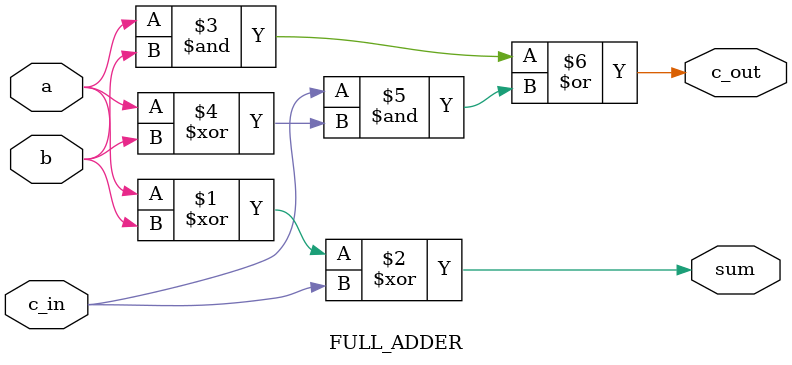
<source format=v>
module FULL_ADDER (
	input a,b,c_in,
	output sum, c_out
);
assign sum = a^b^c_in;
assign c_out = ((a&b)|(c_in&(a^b)));
endmodule

</source>
